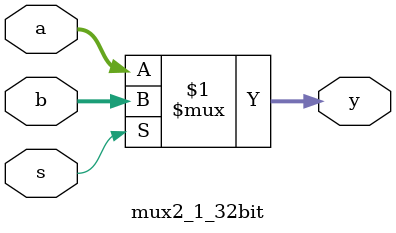
<source format=sv>
module mux2_1_32bit (
	input  logic [31:0] a,
	input  logic [31:0] b,
	input  logic        s,
	output logic [31:0] y 
);
	assign y = s ? b : a;
endmodule

</source>
